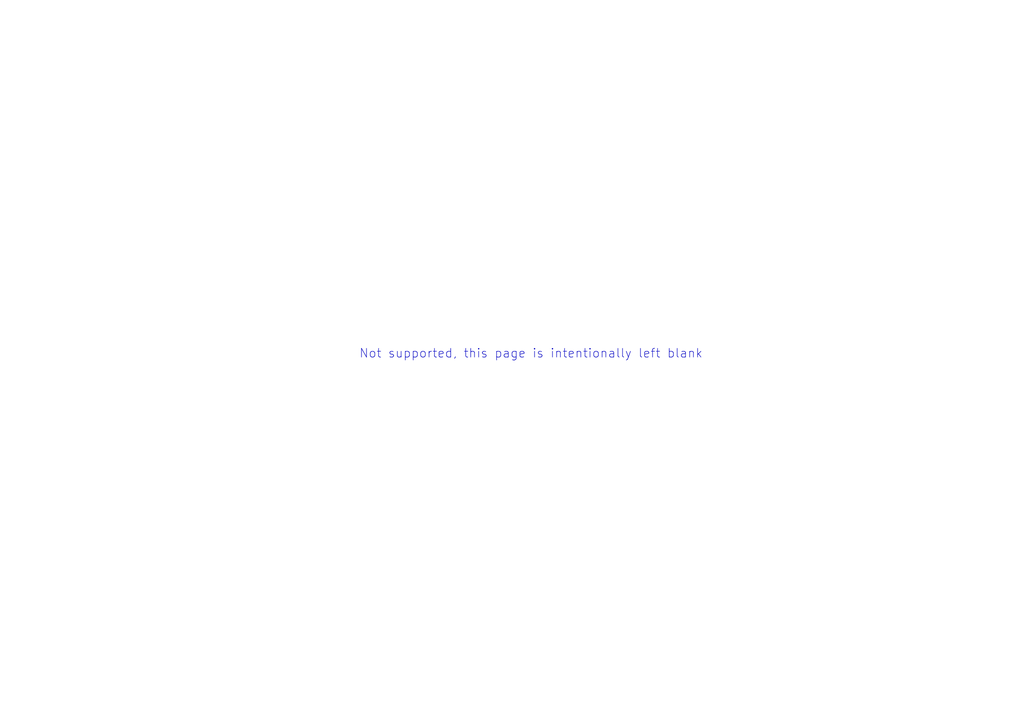
<source format=kicad_sch>
(kicad_sch (version 20211123) (generator eeschema)
  (paper "A4")
  (title_block (title "Sitina 1 Mainboard") (date "2022-04-28") (rev "R0.1") (company "Copyright 2022 Wenting Zhang") (comment 2 "MERCHANTABILITY, SATISFACTORY QUALITY AND FITNESS FOR A PARTICULAR PURPOSE.") (comment 3 "This source is distributed WITHOUT ANY EXPRESS OR IMPLIED WARRANTY, INCLUDING OF") (comment 4 "This source describes Open Hardware and is licensed under the CERN-OHL-P v2."))
  (lib_symbols)
  (text "Not supported, this page is intentionally left blank" (at 104.14 104.14 0) (effects (font (size 2.54 2.54)) (justify left bottom)))
)
</source>
